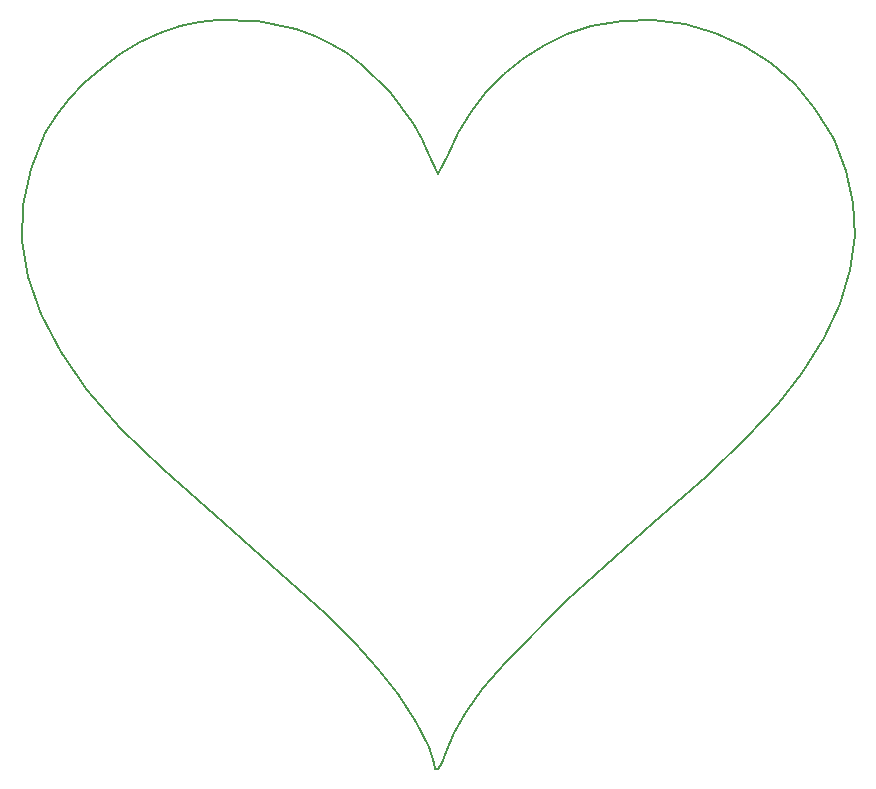
<source format=gbr>
%TF.GenerationSoftware,KiCad,Pcbnew,8.0.5*%
%TF.CreationDate,2025-01-04T18:37:31+03:00*%
%TF.ProjectId,Love_LEDs,4c6f7665-5f4c-4454-9473-2e6b69636164,rev?*%
%TF.SameCoordinates,Original*%
%TF.FileFunction,Profile,NP*%
%FSLAX46Y46*%
G04 Gerber Fmt 4.6, Leading zero omitted, Abs format (unit mm)*
G04 Created by KiCad (PCBNEW 8.0.5) date 2025-01-04 18:37:31*
%MOMM*%
%LPD*%
G01*
G04 APERTURE LIST*
%TA.AperFunction,Profile*%
%ADD10C,0.200000*%
%TD*%
G04 APERTURE END LIST*
D10*
X125499847Y-68831041D02*
X123940387Y-69160103D01*
X127130311Y-68655917D02*
X125499847Y-68831041D01*
X130484110Y-68753526D02*
X127130311Y-68655917D01*
X133761512Y-69425017D02*
X130484110Y-68753526D01*
X135296477Y-69967245D02*
X133761512Y-69425017D01*
X136722240Y-70642476D02*
X135296477Y-69967245D01*
X138039403Y-71450829D02*
X136722240Y-70642476D01*
X139317677Y-72413008D02*
X138039403Y-71450829D01*
X141672641Y-74702025D02*
X139317677Y-72413008D01*
X143617302Y-77315884D02*
X141672641Y-74702025D01*
X144382697Y-78684116D02*
X143617302Y-77315884D01*
X144981831Y-80060943D02*
X144382697Y-78684116D01*
X145773112Y-81655147D02*
X144981831Y-80060943D01*
X146564393Y-80060943D02*
X145773112Y-81655147D01*
X147412343Y-78174556D02*
X146564393Y-80060943D01*
X148509093Y-76383911D02*
X147412343Y-78174556D01*
X149825133Y-74715660D02*
X148509093Y-76383911D01*
X151330953Y-73196457D02*
X149825133Y-74715660D01*
X152997045Y-71852953D02*
X151330953Y-73196457D01*
X154793899Y-70711803D02*
X152997045Y-71852953D01*
X156692006Y-69799657D02*
X154793899Y-70711803D01*
X158661856Y-69143170D02*
X156692006Y-69799657D01*
X163992966Y-68628301D02*
X161317326Y-68675123D01*
X166639328Y-68984457D02*
X163992966Y-68628301D01*
X171646426Y-70832708D02*
X169206964Y-69725342D01*
X173908265Y-72288307D02*
X171646426Y-70832708D01*
X175943035Y-74073891D02*
X173908265Y-72288307D01*
X177701285Y-76171213D02*
X175943035Y-74073891D01*
X179257261Y-78743766D02*
X177701285Y-76171213D01*
X180327623Y-81409101D02*
X179257261Y-78743766D01*
X180913128Y-84151984D02*
X180327623Y-81409101D01*
X181014532Y-86957180D02*
X180913128Y-84151984D01*
X180632591Y-89809455D02*
X181014532Y-86957180D01*
X179768062Y-92693576D02*
X180632591Y-89809455D01*
X178421702Y-95594308D02*
X179768062Y-92693576D01*
X176594268Y-98496416D02*
X178421702Y-95594308D01*
X174523907Y-101142560D02*
X176594268Y-98496416D01*
X171917798Y-103953274D02*
X174523907Y-101142560D01*
X168486652Y-107219734D02*
X171917798Y-103953274D01*
X163941179Y-111233113D02*
X168486652Y-107219734D01*
X156688681Y-117730104D02*
X163941179Y-111233113D01*
X151488821Y-122975417D02*
X156688681Y-117730104D01*
X149593395Y-125200896D02*
X151488821Y-122975417D01*
X148132844Y-127200099D02*
X149593395Y-125200896D01*
X147081075Y-129001905D02*
X148132844Y-127200099D01*
X146411993Y-130635197D02*
X147081075Y-129001905D01*
X146062974Y-131546169D02*
X146411993Y-130635197D01*
X145743655Y-132034403D02*
X146062974Y-131546169D01*
X145510590Y-132048371D02*
X145743655Y-132034403D01*
X145420334Y-131536545D02*
X145510590Y-132048371D01*
X144982625Y-130176150D02*
X145420334Y-131536545D01*
X143857792Y-128075484D02*
X144982625Y-130176150D01*
X142328279Y-125709771D02*
X143857792Y-128075484D01*
X140676528Y-123554237D02*
X142328279Y-125709771D01*
X138687582Y-121345114D02*
X140676528Y-123554237D01*
X127595167Y-111256396D02*
X136261644Y-118951410D01*
X122433716Y-106645014D02*
X127595167Y-111256396D01*
X118927765Y-103281144D02*
X122433716Y-106645014D01*
X116069590Y-99964479D02*
X118927765Y-103281144D01*
X113803482Y-96718718D02*
X116069590Y-99964479D01*
X112126991Y-93534266D02*
X113803482Y-96718718D01*
X111037664Y-90401528D02*
X112126991Y-93534266D01*
X110533050Y-87310908D02*
X111037664Y-90401528D01*
X110610698Y-84252811D02*
X110533050Y-87310908D01*
X111268156Y-81217642D02*
X110610698Y-84252811D01*
X113378600Y-76726254D02*
X112502972Y-78195806D01*
X114489051Y-75293413D02*
X113378600Y-76726254D01*
X115796063Y-73927512D02*
X114489051Y-75293413D01*
X117261374Y-72658779D02*
X115796063Y-73927512D01*
X118846723Y-71517443D02*
X117261374Y-72658779D01*
X120513849Y-70533732D02*
X118846723Y-71517443D01*
X122224491Y-69737876D02*
X120513849Y-70533732D01*
X123940387Y-69160103D02*
X122224491Y-69737876D01*
X136261644Y-118951410D02*
X138687582Y-121345114D01*
X169206964Y-69725342D02*
X166639328Y-68984457D01*
X112502972Y-78195806D02*
X111268156Y-81217642D01*
X161317326Y-68675123D02*
X158661856Y-69143170D01*
M02*

</source>
